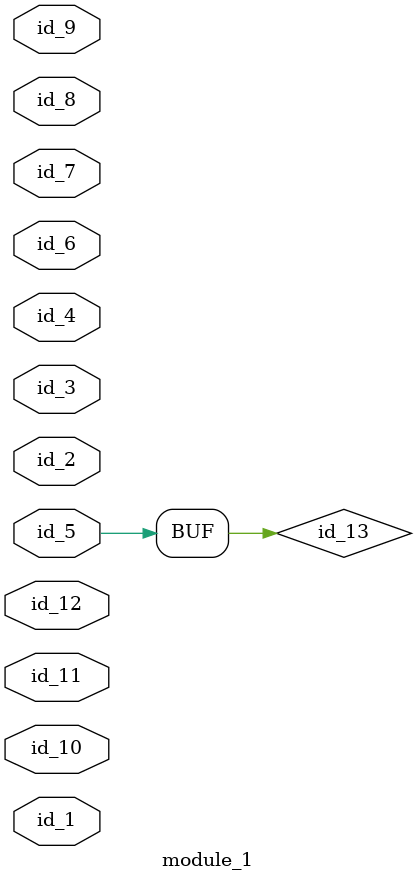
<source format=v>
module module_0 ();
endmodule
module module_1 (
    id_1,
    id_2,
    id_3,
    id_4,
    id_5,
    id_6,
    id_7,
    id_8,
    id_9,
    id_10,
    id_11,
    id_12
);
  inout wire id_12;
  input wire id_11;
  input wire id_10;
  inout wire id_9;
  input wire id_8;
  input wire id_7;
  inout wire id_6;
  input wire id_5;
  input wire id_4;
  input wire id_3;
  input wire id_2;
  input wire id_1;
  wire id_13 = id_5;
  module_0 modCall_1 ();
  wire id_14;
  wire id_15;
endmodule

</source>
